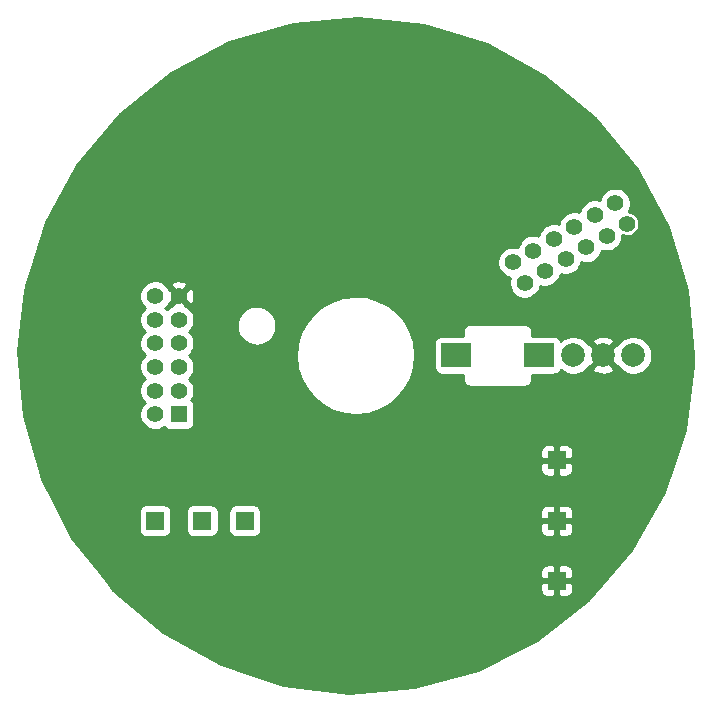
<source format=gbl>
G04 #@! TF.FileFunction,Copper,L2,Bot,Plane*
%FSLAX45Y45*%
G04 Gerber Fmt 4.5, Leading zero omitted, Abs format (unit mm)*
G04 Created by KiCad (PCBNEW 4.0.5-e0-6337~49~ubuntu14.04.1) date Sun Feb 12 13:42:14 2017*
%MOMM*%
%LPD*%
G01*
G04 APERTURE LIST*
%ADD10C,0.150000*%
%ADD11R,1.500000X1.500000*%
%ADD12C,1.400000*%
%ADD13R,1.400000X1.400000*%
%ADD14C,0.800000*%
%ADD15C,2.000000*%
%ADD16R,2.500000X2.000000*%
%ADD17C,0.254000*%
G04 APERTURE END LIST*
D10*
D11*
X9306800Y-7847000D03*
D12*
X6104800Y-6544000D03*
X6104800Y-6744000D03*
D13*
X6104800Y-6944000D03*
D12*
X6104800Y-6344000D03*
X6104800Y-6144000D03*
X6104800Y-5944000D03*
X5904800Y-5944000D03*
X5904800Y-6144000D03*
X5904800Y-6344000D03*
X5904800Y-6544000D03*
X5904800Y-6744000D03*
X5904800Y-6944000D03*
D11*
X5904800Y-7844000D03*
X6304800Y-7844000D03*
X6664800Y-7844000D03*
X9306800Y-8354000D03*
X9306800Y-7334000D03*
D14*
X6614800Y-5864000D03*
X7534800Y-5324000D03*
X8604800Y-6094000D03*
X7174800Y-5844000D03*
X8724800Y-7104000D03*
X6232800Y-7402000D03*
X8234800Y-5104000D03*
X7349800Y-7669000D03*
X7137400Y-4881880D03*
X7995920Y-5953760D03*
D15*
X9444800Y-6444000D03*
X9698800Y-6444000D03*
X9952800Y-6444000D03*
D16*
X9154800Y-6444000D03*
X8454800Y-6444000D03*
D12*
X9454800Y-5357398D03*
X9628005Y-5257398D03*
X9801210Y-5157398D03*
X9281595Y-5457398D03*
X9108390Y-5557398D03*
X8935185Y-5657397D03*
X9035185Y-5830602D03*
X9208390Y-5730602D03*
X9381595Y-5630602D03*
X9554800Y-5530603D03*
X9728005Y-5430603D03*
X9901210Y-5330603D03*
D17*
G36*
X8179179Y-3645843D02*
X8711738Y-3810698D01*
X9202135Y-4075854D01*
X9631689Y-4431212D01*
X9984040Y-4863237D01*
X10245766Y-5355473D01*
X10406898Y-5889170D01*
X10461300Y-6444000D01*
X10460186Y-6523758D01*
X10390314Y-7076853D01*
X10214343Y-7605843D01*
X9938974Y-8090579D01*
X9574698Y-8512597D01*
X9135389Y-8855823D01*
X8637781Y-9107183D01*
X8100826Y-9257103D01*
X7544978Y-9299874D01*
X6991408Y-9233864D01*
X6461203Y-9061590D01*
X5974557Y-8789613D01*
X5550006Y-8428292D01*
X5513771Y-8382575D01*
X9168300Y-8382575D01*
X9168300Y-8435254D01*
X9170740Y-8447522D01*
X9175527Y-8459079D01*
X9182476Y-8469479D01*
X9191321Y-8478324D01*
X9201722Y-8485273D01*
X9213278Y-8490060D01*
X9225546Y-8492500D01*
X9278225Y-8492500D01*
X9294100Y-8476625D01*
X9294100Y-8366700D01*
X9319500Y-8366700D01*
X9319500Y-8476625D01*
X9335375Y-8492500D01*
X9388054Y-8492500D01*
X9400322Y-8490060D01*
X9411879Y-8485273D01*
X9422279Y-8478324D01*
X9431124Y-8469479D01*
X9438073Y-8459079D01*
X9442860Y-8447522D01*
X9445300Y-8435254D01*
X9445300Y-8382575D01*
X9429425Y-8366700D01*
X9319500Y-8366700D01*
X9294100Y-8366700D01*
X9184175Y-8366700D01*
X9168300Y-8382575D01*
X5513771Y-8382575D01*
X5426722Y-8272746D01*
X9168300Y-8272746D01*
X9168300Y-8325425D01*
X9184175Y-8341300D01*
X9294100Y-8341300D01*
X9294100Y-8231375D01*
X9319500Y-8231375D01*
X9319500Y-8341300D01*
X9429425Y-8341300D01*
X9445300Y-8325425D01*
X9445300Y-8272746D01*
X9442860Y-8260478D01*
X9438073Y-8248921D01*
X9431124Y-8238521D01*
X9422279Y-8229676D01*
X9411879Y-8222727D01*
X9400322Y-8217940D01*
X9388054Y-8215500D01*
X9335375Y-8215500D01*
X9319500Y-8231375D01*
X9294100Y-8231375D01*
X9278225Y-8215500D01*
X9225546Y-8215500D01*
X9213278Y-8217940D01*
X9201722Y-8222727D01*
X9191321Y-8229676D01*
X9182476Y-8238521D01*
X9175527Y-8248921D01*
X9170740Y-8260478D01*
X9168300Y-8272746D01*
X5426722Y-8272746D01*
X5203722Y-7991389D01*
X5089429Y-7769000D01*
X5765993Y-7769000D01*
X5765993Y-7919000D01*
X5766799Y-7929112D01*
X5772111Y-7946263D01*
X5781990Y-7961256D01*
X5795655Y-7972902D01*
X5812024Y-7980281D01*
X5829800Y-7982807D01*
X5979800Y-7982807D01*
X5989912Y-7982001D01*
X6007063Y-7976689D01*
X6022056Y-7966810D01*
X6033702Y-7953145D01*
X6041081Y-7936776D01*
X6043607Y-7919000D01*
X6043607Y-7769000D01*
X6165993Y-7769000D01*
X6165993Y-7919000D01*
X6166799Y-7929112D01*
X6172111Y-7946263D01*
X6181990Y-7961256D01*
X6195655Y-7972902D01*
X6212024Y-7980281D01*
X6229800Y-7982807D01*
X6379800Y-7982807D01*
X6389912Y-7982001D01*
X6407063Y-7976689D01*
X6422056Y-7966810D01*
X6433702Y-7953145D01*
X6441081Y-7936776D01*
X6443607Y-7919000D01*
X6443607Y-7769000D01*
X6525993Y-7769000D01*
X6525993Y-7919000D01*
X6526799Y-7929112D01*
X6532111Y-7946263D01*
X6541990Y-7961256D01*
X6555655Y-7972902D01*
X6572024Y-7980281D01*
X6589800Y-7982807D01*
X6739800Y-7982807D01*
X6749912Y-7982001D01*
X6767063Y-7976689D01*
X6782056Y-7966810D01*
X6793702Y-7953145D01*
X6801081Y-7936776D01*
X6803607Y-7919000D01*
X6803607Y-7875575D01*
X9168300Y-7875575D01*
X9168300Y-7928254D01*
X9170740Y-7940522D01*
X9175527Y-7952078D01*
X9182476Y-7962479D01*
X9191321Y-7971324D01*
X9201722Y-7978273D01*
X9213278Y-7983060D01*
X9225546Y-7985500D01*
X9278225Y-7985500D01*
X9294100Y-7969625D01*
X9294100Y-7859700D01*
X9319500Y-7859700D01*
X9319500Y-7969625D01*
X9335375Y-7985500D01*
X9388054Y-7985500D01*
X9400322Y-7983060D01*
X9411879Y-7978273D01*
X9422279Y-7971324D01*
X9431124Y-7962479D01*
X9438073Y-7952078D01*
X9442860Y-7940522D01*
X9445300Y-7928254D01*
X9445300Y-7875575D01*
X9429425Y-7859700D01*
X9319500Y-7859700D01*
X9294100Y-7859700D01*
X9184175Y-7859700D01*
X9168300Y-7875575D01*
X6803607Y-7875575D01*
X6803607Y-7769000D01*
X6803348Y-7765746D01*
X9168300Y-7765746D01*
X9168300Y-7818425D01*
X9184175Y-7834300D01*
X9294100Y-7834300D01*
X9294100Y-7724375D01*
X9319500Y-7724375D01*
X9319500Y-7834300D01*
X9429425Y-7834300D01*
X9445300Y-7818425D01*
X9445300Y-7765746D01*
X9442860Y-7753478D01*
X9438073Y-7741921D01*
X9431124Y-7731521D01*
X9422279Y-7722676D01*
X9411879Y-7715727D01*
X9400322Y-7710940D01*
X9388054Y-7708500D01*
X9335375Y-7708500D01*
X9319500Y-7724375D01*
X9294100Y-7724375D01*
X9278225Y-7708500D01*
X9225546Y-7708500D01*
X9213278Y-7710940D01*
X9201722Y-7715727D01*
X9191321Y-7722676D01*
X9182476Y-7731521D01*
X9175527Y-7741921D01*
X9170740Y-7753478D01*
X9168300Y-7765746D01*
X6803348Y-7765746D01*
X6802801Y-7758888D01*
X6797489Y-7741737D01*
X6787610Y-7726744D01*
X6773945Y-7715097D01*
X6757576Y-7707719D01*
X6739800Y-7705193D01*
X6589800Y-7705193D01*
X6579688Y-7705999D01*
X6562537Y-7711311D01*
X6547544Y-7721190D01*
X6535897Y-7734855D01*
X6528519Y-7751224D01*
X6525993Y-7769000D01*
X6443607Y-7769000D01*
X6442801Y-7758888D01*
X6437489Y-7741737D01*
X6427610Y-7726744D01*
X6413945Y-7715097D01*
X6397576Y-7707719D01*
X6379800Y-7705193D01*
X6229800Y-7705193D01*
X6219688Y-7705999D01*
X6202537Y-7711311D01*
X6187544Y-7721190D01*
X6175897Y-7734855D01*
X6168519Y-7751224D01*
X6165993Y-7769000D01*
X6043607Y-7769000D01*
X6042801Y-7758888D01*
X6037489Y-7741737D01*
X6027610Y-7726744D01*
X6013945Y-7715097D01*
X5997576Y-7707719D01*
X5979800Y-7705193D01*
X5829800Y-7705193D01*
X5819688Y-7705999D01*
X5802537Y-7711311D01*
X5787544Y-7721190D01*
X5775897Y-7734855D01*
X5768519Y-7751224D01*
X5765993Y-7769000D01*
X5089429Y-7769000D01*
X4948894Y-7495548D01*
X4910764Y-7362575D01*
X9168300Y-7362575D01*
X9168300Y-7415254D01*
X9170740Y-7427522D01*
X9175527Y-7439078D01*
X9182476Y-7449479D01*
X9191321Y-7458324D01*
X9201722Y-7465273D01*
X9213278Y-7470060D01*
X9225546Y-7472500D01*
X9278225Y-7472500D01*
X9294100Y-7456625D01*
X9294100Y-7346700D01*
X9319500Y-7346700D01*
X9319500Y-7456625D01*
X9335375Y-7472500D01*
X9388054Y-7472500D01*
X9400322Y-7470060D01*
X9411879Y-7465273D01*
X9422279Y-7458324D01*
X9431124Y-7449479D01*
X9438073Y-7439078D01*
X9442860Y-7427522D01*
X9445300Y-7415254D01*
X9445300Y-7362575D01*
X9429425Y-7346700D01*
X9319500Y-7346700D01*
X9294100Y-7346700D01*
X9184175Y-7346700D01*
X9168300Y-7362575D01*
X4910764Y-7362575D01*
X4879271Y-7252746D01*
X9168300Y-7252746D01*
X9168300Y-7305425D01*
X9184175Y-7321300D01*
X9294100Y-7321300D01*
X9294100Y-7211375D01*
X9319500Y-7211375D01*
X9319500Y-7321300D01*
X9429425Y-7321300D01*
X9445300Y-7305425D01*
X9445300Y-7252746D01*
X9442860Y-7240478D01*
X9438073Y-7228921D01*
X9431124Y-7218521D01*
X9422279Y-7209676D01*
X9411879Y-7202727D01*
X9400322Y-7197940D01*
X9388054Y-7195500D01*
X9335375Y-7195500D01*
X9319500Y-7211375D01*
X9294100Y-7211375D01*
X9278225Y-7195500D01*
X9225546Y-7195500D01*
X9213278Y-7197940D01*
X9201722Y-7202727D01*
X9191321Y-7209676D01*
X9182476Y-7218521D01*
X9175527Y-7228921D01*
X9170740Y-7240478D01*
X9168300Y-7252746D01*
X4879271Y-7252746D01*
X4795228Y-6959653D01*
X4748578Y-6404117D01*
X4798930Y-5955225D01*
X5771125Y-5955225D01*
X5775851Y-5980976D01*
X5785488Y-6005318D01*
X5799671Y-6027324D01*
X5815934Y-6044165D01*
X5802038Y-6057773D01*
X5787247Y-6079375D01*
X5776933Y-6103438D01*
X5771490Y-6129047D01*
X5771125Y-6155225D01*
X5775851Y-6180976D01*
X5785488Y-6205318D01*
X5799671Y-6227324D01*
X5815934Y-6244165D01*
X5802038Y-6257773D01*
X5787247Y-6279375D01*
X5776933Y-6303438D01*
X5771490Y-6329047D01*
X5771125Y-6355225D01*
X5775851Y-6380976D01*
X5785488Y-6405318D01*
X5799671Y-6427324D01*
X5815934Y-6444165D01*
X5802038Y-6457773D01*
X5787247Y-6479375D01*
X5776933Y-6503438D01*
X5771490Y-6529047D01*
X5771125Y-6555225D01*
X5775851Y-6580976D01*
X5785488Y-6605318D01*
X5799671Y-6627324D01*
X5815934Y-6644165D01*
X5802038Y-6657773D01*
X5787247Y-6679375D01*
X5776933Y-6703438D01*
X5771490Y-6729047D01*
X5771125Y-6755225D01*
X5775851Y-6780976D01*
X5785488Y-6805318D01*
X5799671Y-6827324D01*
X5815934Y-6844165D01*
X5802038Y-6857773D01*
X5787247Y-6879375D01*
X5776933Y-6903438D01*
X5771490Y-6929047D01*
X5771125Y-6955225D01*
X5775851Y-6980976D01*
X5785488Y-7005318D01*
X5799671Y-7027324D01*
X5817857Y-7046157D01*
X5839356Y-7061099D01*
X5863347Y-7071580D01*
X5888917Y-7077202D01*
X5915091Y-7077750D01*
X5940874Y-7073204D01*
X5965283Y-7063737D01*
X5984065Y-7051817D01*
X5986990Y-7056256D01*
X6000655Y-7067902D01*
X6017024Y-7075281D01*
X6034800Y-7077807D01*
X6174800Y-7077807D01*
X6184912Y-7077001D01*
X6202063Y-7071689D01*
X6217056Y-7061810D01*
X6228702Y-7048145D01*
X6236081Y-7031776D01*
X6238607Y-7014000D01*
X6238607Y-6874000D01*
X6237801Y-6863888D01*
X6232489Y-6846737D01*
X6222610Y-6831744D01*
X6212414Y-6823054D01*
X6221439Y-6810260D01*
X6232088Y-6786343D01*
X6237888Y-6760813D01*
X6238306Y-6730910D01*
X6233220Y-6705228D01*
X6223244Y-6681022D01*
X6208756Y-6659216D01*
X6193518Y-6643871D01*
X6206348Y-6631654D01*
X6221439Y-6610260D01*
X6232088Y-6586343D01*
X6237888Y-6560813D01*
X6238306Y-6530910D01*
X6233220Y-6505228D01*
X6223244Y-6481022D01*
X6208756Y-6459216D01*
X6200649Y-6451052D01*
X7099743Y-6451052D01*
X7110732Y-6549017D01*
X7140539Y-6642982D01*
X7188030Y-6729368D01*
X7251396Y-6804885D01*
X7328222Y-6866655D01*
X7415584Y-6912326D01*
X7510152Y-6940159D01*
X7608326Y-6949094D01*
X7706366Y-6938789D01*
X7800536Y-6909639D01*
X7887252Y-6862752D01*
X7963209Y-6799915D01*
X8025514Y-6723521D01*
X8071794Y-6636481D01*
X8100286Y-6542109D01*
X8109906Y-6444000D01*
X8109709Y-6429897D01*
X8098858Y-6344000D01*
X8265993Y-6344000D01*
X8265993Y-6544000D01*
X8266799Y-6554112D01*
X8272111Y-6571263D01*
X8281990Y-6586256D01*
X8295655Y-6597902D01*
X8312024Y-6605281D01*
X8329800Y-6607807D01*
X8511300Y-6607807D01*
X8511300Y-6644000D01*
X8511929Y-6650414D01*
X8512513Y-6656836D01*
X8512581Y-6657066D01*
X8512605Y-6657305D01*
X8514467Y-6663472D01*
X8516288Y-6669661D01*
X8516399Y-6669874D01*
X8516469Y-6670103D01*
X8519492Y-6675789D01*
X8522482Y-6681508D01*
X8522632Y-6681695D01*
X8522745Y-6681907D01*
X8526816Y-6686899D01*
X8530859Y-6691927D01*
X8531043Y-6692081D01*
X8531194Y-6692267D01*
X8536162Y-6696377D01*
X8541100Y-6700520D01*
X8541310Y-6700636D01*
X8541495Y-6700789D01*
X8547164Y-6703854D01*
X8552815Y-6706961D01*
X8553044Y-6707033D01*
X8553255Y-6707148D01*
X8559408Y-6709052D01*
X8565558Y-6711003D01*
X8565797Y-6711030D01*
X8566026Y-6711101D01*
X8572437Y-6711775D01*
X8578844Y-6712493D01*
X8579305Y-6712496D01*
X8579322Y-6712498D01*
X8579339Y-6712497D01*
X8579800Y-6712500D01*
X9029800Y-6712500D01*
X9036215Y-6711871D01*
X9042636Y-6711287D01*
X9042866Y-6711219D01*
X9043105Y-6711195D01*
X9049272Y-6709333D01*
X9055461Y-6707512D01*
X9055674Y-6707401D01*
X9055903Y-6707331D01*
X9061589Y-6704308D01*
X9067308Y-6701318D01*
X9067496Y-6701168D01*
X9067707Y-6701055D01*
X9072699Y-6696984D01*
X9077727Y-6692941D01*
X9077881Y-6692757D01*
X9078067Y-6692606D01*
X9082177Y-6687638D01*
X9086320Y-6682700D01*
X9086436Y-6682490D01*
X9086589Y-6682305D01*
X9089654Y-6676636D01*
X9092761Y-6670985D01*
X9092834Y-6670756D01*
X9092948Y-6670545D01*
X9094852Y-6664392D01*
X9096803Y-6658242D01*
X9096830Y-6658003D01*
X9096901Y-6657774D01*
X9097575Y-6651363D01*
X9098293Y-6644956D01*
X9098297Y-6644495D01*
X9098298Y-6644478D01*
X9098297Y-6644461D01*
X9098300Y-6644000D01*
X9098300Y-6607807D01*
X9279800Y-6607807D01*
X9289912Y-6607001D01*
X9307063Y-6601689D01*
X9322056Y-6591810D01*
X9333703Y-6578145D01*
X9337947Y-6568728D01*
X9338320Y-6569114D01*
X9364649Y-6587413D01*
X9394031Y-6600250D01*
X9425347Y-6607135D01*
X9457404Y-6607807D01*
X9488981Y-6602239D01*
X9518875Y-6590644D01*
X9545948Y-6573463D01*
X9562667Y-6557541D01*
X9603219Y-6557541D01*
X9612796Y-6583981D01*
X9641757Y-6598070D01*
X9672911Y-6606238D01*
X9705060Y-6608172D01*
X9736968Y-6603796D01*
X9767409Y-6593279D01*
X9784804Y-6583981D01*
X9794381Y-6557541D01*
X9698800Y-6461960D01*
X9603219Y-6557541D01*
X9562667Y-6557541D01*
X9569168Y-6551351D01*
X9579056Y-6537334D01*
X9585259Y-6539581D01*
X9680840Y-6444000D01*
X9716761Y-6444000D01*
X9812341Y-6539581D01*
X9818451Y-6537368D01*
X9824046Y-6546049D01*
X9846320Y-6569114D01*
X9872649Y-6587413D01*
X9902031Y-6600250D01*
X9933347Y-6607135D01*
X9965404Y-6607807D01*
X9996981Y-6602239D01*
X10026875Y-6590644D01*
X10053948Y-6573463D01*
X10077168Y-6551351D01*
X10095650Y-6525150D01*
X10108692Y-6495858D01*
X10115796Y-6464591D01*
X10116307Y-6427968D01*
X10110079Y-6396515D01*
X10097860Y-6366870D01*
X10080117Y-6340163D01*
X10057523Y-6317411D01*
X10030941Y-6299482D01*
X10001382Y-6287056D01*
X9969973Y-6280609D01*
X9937910Y-6280385D01*
X9906414Y-6286393D01*
X9876685Y-6298405D01*
X9849855Y-6315962D01*
X9826946Y-6338396D01*
X9818544Y-6350666D01*
X9812341Y-6348419D01*
X9716761Y-6444000D01*
X9680840Y-6444000D01*
X9585259Y-6348419D01*
X9579087Y-6350655D01*
X9572117Y-6340163D01*
X9562480Y-6330459D01*
X9603219Y-6330459D01*
X9698800Y-6426039D01*
X9794381Y-6330459D01*
X9784804Y-6304019D01*
X9755843Y-6289930D01*
X9724689Y-6281762D01*
X9692541Y-6279828D01*
X9660633Y-6284204D01*
X9630191Y-6294720D01*
X9612796Y-6304019D01*
X9603219Y-6330459D01*
X9562480Y-6330459D01*
X9549523Y-6317411D01*
X9522941Y-6299482D01*
X9493382Y-6287056D01*
X9461973Y-6280609D01*
X9429910Y-6280385D01*
X9398414Y-6286393D01*
X9368685Y-6298405D01*
X9341855Y-6315962D01*
X9338321Y-6319422D01*
X9337489Y-6316737D01*
X9327610Y-6301744D01*
X9313945Y-6290097D01*
X9297576Y-6282719D01*
X9279800Y-6280193D01*
X9098300Y-6280193D01*
X9098300Y-6244000D01*
X9097671Y-6237585D01*
X9097087Y-6231164D01*
X9097019Y-6230934D01*
X9096995Y-6230695D01*
X9095133Y-6224528D01*
X9093312Y-6218339D01*
X9093201Y-6218126D01*
X9093131Y-6217897D01*
X9090108Y-6212211D01*
X9087118Y-6206492D01*
X9086968Y-6206304D01*
X9086855Y-6206093D01*
X9082784Y-6201101D01*
X9078741Y-6196073D01*
X9078557Y-6195919D01*
X9078406Y-6195733D01*
X9073438Y-6191623D01*
X9068500Y-6187480D01*
X9068290Y-6187364D01*
X9068105Y-6187211D01*
X9062436Y-6184146D01*
X9056785Y-6181039D01*
X9056556Y-6180966D01*
X9056345Y-6180852D01*
X9050192Y-6178948D01*
X9044042Y-6176997D01*
X9043803Y-6176970D01*
X9043574Y-6176899D01*
X9037163Y-6176225D01*
X9030756Y-6175507D01*
X9030295Y-6175503D01*
X9030278Y-6175502D01*
X9030261Y-6175503D01*
X9029800Y-6175500D01*
X8579800Y-6175500D01*
X8566495Y-6176805D01*
X8553697Y-6180669D01*
X8541893Y-6186945D01*
X8531533Y-6195394D01*
X8523011Y-6205695D01*
X8516652Y-6217455D01*
X8512699Y-6230226D01*
X8511302Y-6243522D01*
X8511531Y-6246043D01*
X8511307Y-6248044D01*
X8511300Y-6249000D01*
X8511300Y-6280193D01*
X8329800Y-6280193D01*
X8319688Y-6280999D01*
X8302537Y-6286311D01*
X8287544Y-6296190D01*
X8275897Y-6309855D01*
X8268519Y-6326224D01*
X8265993Y-6344000D01*
X8098858Y-6344000D01*
X8097354Y-6332094D01*
X8066237Y-6238555D01*
X8017545Y-6152840D01*
X7953131Y-6078216D01*
X7875449Y-6017525D01*
X7787459Y-5973077D01*
X7692511Y-5946567D01*
X7594222Y-5939005D01*
X7496336Y-5950677D01*
X7402581Y-5981139D01*
X7316529Y-6029232D01*
X7241457Y-6093124D01*
X7180225Y-6170380D01*
X7135164Y-6258058D01*
X7107992Y-6352819D01*
X7099743Y-6451052D01*
X6200649Y-6451052D01*
X6193518Y-6443871D01*
X6206348Y-6431654D01*
X6221439Y-6410260D01*
X6232088Y-6386343D01*
X6237888Y-6360813D01*
X6238306Y-6330910D01*
X6233220Y-6305228D01*
X6223244Y-6281022D01*
X6208756Y-6259216D01*
X6193518Y-6243871D01*
X6206348Y-6231654D01*
X6221439Y-6210260D01*
X6227631Y-6196353D01*
X6596316Y-6196353D01*
X6599982Y-6229033D01*
X6609926Y-6260379D01*
X6625768Y-6289197D01*
X6646907Y-6314389D01*
X6672536Y-6334995D01*
X6701679Y-6350230D01*
X6733226Y-6359515D01*
X6765976Y-6362496D01*
X6798682Y-6359058D01*
X6830096Y-6349334D01*
X6859024Y-6333693D01*
X6884363Y-6312731D01*
X6905147Y-6287246D01*
X6920586Y-6258210D01*
X6930091Y-6226728D01*
X6933300Y-6194000D01*
X6933234Y-6189295D01*
X6929113Y-6156669D01*
X6918732Y-6125465D01*
X6902489Y-6096871D01*
X6881001Y-6071977D01*
X6855087Y-6051731D01*
X6825734Y-6036903D01*
X6794060Y-6028060D01*
X6761271Y-6025537D01*
X6728617Y-6029431D01*
X6697341Y-6039593D01*
X6668635Y-6055636D01*
X6643591Y-6076950D01*
X6623164Y-6102722D01*
X6608133Y-6131971D01*
X6599068Y-6163582D01*
X6596316Y-6196353D01*
X6227631Y-6196353D01*
X6232088Y-6186343D01*
X6237888Y-6160813D01*
X6238306Y-6130910D01*
X6233220Y-6105228D01*
X6223244Y-6081022D01*
X6208756Y-6059216D01*
X6190308Y-6040639D01*
X6169326Y-6026486D01*
X6104800Y-5961960D01*
X6039729Y-6027031D01*
X6020744Y-6039455D01*
X6004717Y-6055149D01*
X5993518Y-6043871D01*
X6006348Y-6031654D01*
X6021439Y-6010260D01*
X6022129Y-6008710D01*
X6086839Y-5944000D01*
X6122760Y-5944000D01*
X6196927Y-6018166D01*
X6220304Y-6012220D01*
X6231393Y-5988376D01*
X6237618Y-5962826D01*
X6238739Y-5936553D01*
X6234712Y-5910566D01*
X6225693Y-5885863D01*
X6220304Y-5875780D01*
X6196927Y-5869834D01*
X6122760Y-5944000D01*
X6086839Y-5944000D01*
X6022020Y-5879181D01*
X6008756Y-5859216D01*
X6001464Y-5851873D01*
X6030634Y-5851873D01*
X6104800Y-5926039D01*
X6178966Y-5851873D01*
X6173020Y-5828496D01*
X6149176Y-5817407D01*
X6123626Y-5811182D01*
X6097353Y-5810061D01*
X6071366Y-5814087D01*
X6046663Y-5823106D01*
X6036580Y-5828496D01*
X6030634Y-5851873D01*
X6001464Y-5851873D01*
X5990308Y-5840639D01*
X5968603Y-5825999D01*
X5944468Y-5815853D01*
X5918822Y-5810589D01*
X5892642Y-5810406D01*
X5866925Y-5815312D01*
X5842651Y-5825119D01*
X5820744Y-5839455D01*
X5802038Y-5857773D01*
X5787247Y-5879375D01*
X5776933Y-5903438D01*
X5771490Y-5929047D01*
X5771125Y-5955225D01*
X4798930Y-5955225D01*
X4810721Y-5850100D01*
X4868290Y-5668622D01*
X8801509Y-5668622D01*
X8806236Y-5694373D01*
X8815873Y-5718715D01*
X8830056Y-5740722D01*
X8848242Y-5759555D01*
X8869740Y-5774496D01*
X8893731Y-5784978D01*
X8908131Y-5788144D01*
X8907318Y-5790041D01*
X8901875Y-5815649D01*
X8901509Y-5841827D01*
X8906236Y-5867578D01*
X8915873Y-5891920D01*
X8930056Y-5913927D01*
X8948242Y-5932760D01*
X8969740Y-5947701D01*
X8993731Y-5958183D01*
X9019301Y-5963805D01*
X9045476Y-5964353D01*
X9071259Y-5959807D01*
X9095668Y-5950339D01*
X9117773Y-5936311D01*
X9136733Y-5918256D01*
X9151824Y-5896863D01*
X9162473Y-5872945D01*
X9165927Y-5857742D01*
X9166936Y-5858183D01*
X9192506Y-5863805D01*
X9218681Y-5864353D01*
X9244464Y-5859807D01*
X9268873Y-5850339D01*
X9290978Y-5836311D01*
X9309938Y-5818256D01*
X9325029Y-5796863D01*
X9335678Y-5772945D01*
X9339132Y-5757742D01*
X9340142Y-5758183D01*
X9365712Y-5763805D01*
X9391886Y-5764353D01*
X9417669Y-5759807D01*
X9442078Y-5750339D01*
X9464183Y-5736311D01*
X9483143Y-5718256D01*
X9498234Y-5696863D01*
X9508883Y-5672945D01*
X9512337Y-5657742D01*
X9513347Y-5658183D01*
X9538917Y-5663805D01*
X9565092Y-5664353D01*
X9590875Y-5659807D01*
X9615283Y-5650339D01*
X9637389Y-5636311D01*
X9656348Y-5618256D01*
X9671439Y-5596863D01*
X9682088Y-5572946D01*
X9685542Y-5557742D01*
X9686552Y-5558183D01*
X9712122Y-5563805D01*
X9738297Y-5564353D01*
X9764080Y-5559807D01*
X9788489Y-5550339D01*
X9810594Y-5536311D01*
X9829553Y-5518256D01*
X9844644Y-5496863D01*
X9855293Y-5472946D01*
X9861093Y-5447415D01*
X9861390Y-5426157D01*
X9869072Y-5429513D01*
X9888896Y-5433872D01*
X9909189Y-5434297D01*
X9929178Y-5430772D01*
X9948102Y-5423432D01*
X9965240Y-5412556D01*
X9979938Y-5398559D01*
X9991638Y-5381973D01*
X9999894Y-5363430D01*
X10004391Y-5343637D01*
X10004715Y-5320454D01*
X10000772Y-5300543D01*
X9993038Y-5281777D01*
X9981805Y-5264871D01*
X9967503Y-5250469D01*
X9950676Y-5239118D01*
X9931964Y-5231253D01*
X9914955Y-5227761D01*
X9917849Y-5223658D01*
X9928498Y-5199741D01*
X9934298Y-5174210D01*
X9934716Y-5144307D01*
X9929631Y-5118625D01*
X9919654Y-5094420D01*
X9905166Y-5072613D01*
X9886718Y-5054036D01*
X9865013Y-5039396D01*
X9840878Y-5029251D01*
X9815232Y-5023987D01*
X9789052Y-5023804D01*
X9763335Y-5028710D01*
X9739061Y-5038517D01*
X9717154Y-5052853D01*
X9698449Y-5071170D01*
X9683657Y-5092772D01*
X9673344Y-5116836D01*
X9670456Y-5130421D01*
X9667673Y-5129251D01*
X9642027Y-5123987D01*
X9615847Y-5123804D01*
X9590130Y-5128710D01*
X9565856Y-5138517D01*
X9543949Y-5152853D01*
X9525243Y-5171170D01*
X9510452Y-5192772D01*
X9500139Y-5216836D01*
X9497251Y-5230421D01*
X9494468Y-5229251D01*
X9468822Y-5223987D01*
X9442642Y-5223804D01*
X9416925Y-5228710D01*
X9392651Y-5238517D01*
X9370744Y-5252853D01*
X9352038Y-5271170D01*
X9337247Y-5292772D01*
X9326933Y-5316836D01*
X9324046Y-5330421D01*
X9321263Y-5329251D01*
X9295617Y-5323987D01*
X9269437Y-5323804D01*
X9243720Y-5328710D01*
X9219446Y-5338517D01*
X9197539Y-5352853D01*
X9178833Y-5371170D01*
X9164042Y-5392772D01*
X9153728Y-5416836D01*
X9150841Y-5430421D01*
X9148058Y-5429251D01*
X9122412Y-5423987D01*
X9096232Y-5423804D01*
X9070515Y-5428710D01*
X9046241Y-5438517D01*
X9024334Y-5452853D01*
X9005628Y-5471170D01*
X8990837Y-5492772D01*
X8980523Y-5516836D01*
X8977636Y-5530421D01*
X8974853Y-5529251D01*
X8949207Y-5523987D01*
X8923027Y-5523804D01*
X8897310Y-5528710D01*
X8873036Y-5538517D01*
X8851129Y-5552853D01*
X8832423Y-5571170D01*
X8817632Y-5592772D01*
X8807318Y-5616836D01*
X8801875Y-5642444D01*
X8801509Y-5668622D01*
X4868290Y-5668622D01*
X4979290Y-5318705D01*
X5247863Y-4830172D01*
X5606212Y-4403109D01*
X6040686Y-4053783D01*
X6534736Y-3795499D01*
X7069545Y-3638096D01*
X7624742Y-3587570D01*
X8179179Y-3645843D01*
X8179179Y-3645843D01*
G37*
X8179179Y-3645843D02*
X8711738Y-3810698D01*
X9202135Y-4075854D01*
X9631689Y-4431212D01*
X9984040Y-4863237D01*
X10245766Y-5355473D01*
X10406898Y-5889170D01*
X10461300Y-6444000D01*
X10460186Y-6523758D01*
X10390314Y-7076853D01*
X10214343Y-7605843D01*
X9938974Y-8090579D01*
X9574698Y-8512597D01*
X9135389Y-8855823D01*
X8637781Y-9107183D01*
X8100826Y-9257103D01*
X7544978Y-9299874D01*
X6991408Y-9233864D01*
X6461203Y-9061590D01*
X5974557Y-8789613D01*
X5550006Y-8428292D01*
X5513771Y-8382575D01*
X9168300Y-8382575D01*
X9168300Y-8435254D01*
X9170740Y-8447522D01*
X9175527Y-8459079D01*
X9182476Y-8469479D01*
X9191321Y-8478324D01*
X9201722Y-8485273D01*
X9213278Y-8490060D01*
X9225546Y-8492500D01*
X9278225Y-8492500D01*
X9294100Y-8476625D01*
X9294100Y-8366700D01*
X9319500Y-8366700D01*
X9319500Y-8476625D01*
X9335375Y-8492500D01*
X9388054Y-8492500D01*
X9400322Y-8490060D01*
X9411879Y-8485273D01*
X9422279Y-8478324D01*
X9431124Y-8469479D01*
X9438073Y-8459079D01*
X9442860Y-8447522D01*
X9445300Y-8435254D01*
X9445300Y-8382575D01*
X9429425Y-8366700D01*
X9319500Y-8366700D01*
X9294100Y-8366700D01*
X9184175Y-8366700D01*
X9168300Y-8382575D01*
X5513771Y-8382575D01*
X5426722Y-8272746D01*
X9168300Y-8272746D01*
X9168300Y-8325425D01*
X9184175Y-8341300D01*
X9294100Y-8341300D01*
X9294100Y-8231375D01*
X9319500Y-8231375D01*
X9319500Y-8341300D01*
X9429425Y-8341300D01*
X9445300Y-8325425D01*
X9445300Y-8272746D01*
X9442860Y-8260478D01*
X9438073Y-8248921D01*
X9431124Y-8238521D01*
X9422279Y-8229676D01*
X9411879Y-8222727D01*
X9400322Y-8217940D01*
X9388054Y-8215500D01*
X9335375Y-8215500D01*
X9319500Y-8231375D01*
X9294100Y-8231375D01*
X9278225Y-8215500D01*
X9225546Y-8215500D01*
X9213278Y-8217940D01*
X9201722Y-8222727D01*
X9191321Y-8229676D01*
X9182476Y-8238521D01*
X9175527Y-8248921D01*
X9170740Y-8260478D01*
X9168300Y-8272746D01*
X5426722Y-8272746D01*
X5203722Y-7991389D01*
X5089429Y-7769000D01*
X5765993Y-7769000D01*
X5765993Y-7919000D01*
X5766799Y-7929112D01*
X5772111Y-7946263D01*
X5781990Y-7961256D01*
X5795655Y-7972902D01*
X5812024Y-7980281D01*
X5829800Y-7982807D01*
X5979800Y-7982807D01*
X5989912Y-7982001D01*
X6007063Y-7976689D01*
X6022056Y-7966810D01*
X6033702Y-7953145D01*
X6041081Y-7936776D01*
X6043607Y-7919000D01*
X6043607Y-7769000D01*
X6165993Y-7769000D01*
X6165993Y-7919000D01*
X6166799Y-7929112D01*
X6172111Y-7946263D01*
X6181990Y-7961256D01*
X6195655Y-7972902D01*
X6212024Y-7980281D01*
X6229800Y-7982807D01*
X6379800Y-7982807D01*
X6389912Y-7982001D01*
X6407063Y-7976689D01*
X6422056Y-7966810D01*
X6433702Y-7953145D01*
X6441081Y-7936776D01*
X6443607Y-7919000D01*
X6443607Y-7769000D01*
X6525993Y-7769000D01*
X6525993Y-7919000D01*
X6526799Y-7929112D01*
X6532111Y-7946263D01*
X6541990Y-7961256D01*
X6555655Y-7972902D01*
X6572024Y-7980281D01*
X6589800Y-7982807D01*
X6739800Y-7982807D01*
X6749912Y-7982001D01*
X6767063Y-7976689D01*
X6782056Y-7966810D01*
X6793702Y-7953145D01*
X6801081Y-7936776D01*
X6803607Y-7919000D01*
X6803607Y-7875575D01*
X9168300Y-7875575D01*
X9168300Y-7928254D01*
X9170740Y-7940522D01*
X9175527Y-7952078D01*
X9182476Y-7962479D01*
X9191321Y-7971324D01*
X9201722Y-7978273D01*
X9213278Y-7983060D01*
X9225546Y-7985500D01*
X9278225Y-7985500D01*
X9294100Y-7969625D01*
X9294100Y-7859700D01*
X9319500Y-7859700D01*
X9319500Y-7969625D01*
X9335375Y-7985500D01*
X9388054Y-7985500D01*
X9400322Y-7983060D01*
X9411879Y-7978273D01*
X9422279Y-7971324D01*
X9431124Y-7962479D01*
X9438073Y-7952078D01*
X9442860Y-7940522D01*
X9445300Y-7928254D01*
X9445300Y-7875575D01*
X9429425Y-7859700D01*
X9319500Y-7859700D01*
X9294100Y-7859700D01*
X9184175Y-7859700D01*
X9168300Y-7875575D01*
X6803607Y-7875575D01*
X6803607Y-7769000D01*
X6803348Y-7765746D01*
X9168300Y-7765746D01*
X9168300Y-7818425D01*
X9184175Y-7834300D01*
X9294100Y-7834300D01*
X9294100Y-7724375D01*
X9319500Y-7724375D01*
X9319500Y-7834300D01*
X9429425Y-7834300D01*
X9445300Y-7818425D01*
X9445300Y-7765746D01*
X9442860Y-7753478D01*
X9438073Y-7741921D01*
X9431124Y-7731521D01*
X9422279Y-7722676D01*
X9411879Y-7715727D01*
X9400322Y-7710940D01*
X9388054Y-7708500D01*
X9335375Y-7708500D01*
X9319500Y-7724375D01*
X9294100Y-7724375D01*
X9278225Y-7708500D01*
X9225546Y-7708500D01*
X9213278Y-7710940D01*
X9201722Y-7715727D01*
X9191321Y-7722676D01*
X9182476Y-7731521D01*
X9175527Y-7741921D01*
X9170740Y-7753478D01*
X9168300Y-7765746D01*
X6803348Y-7765746D01*
X6802801Y-7758888D01*
X6797489Y-7741737D01*
X6787610Y-7726744D01*
X6773945Y-7715097D01*
X6757576Y-7707719D01*
X6739800Y-7705193D01*
X6589800Y-7705193D01*
X6579688Y-7705999D01*
X6562537Y-7711311D01*
X6547544Y-7721190D01*
X6535897Y-7734855D01*
X6528519Y-7751224D01*
X6525993Y-7769000D01*
X6443607Y-7769000D01*
X6442801Y-7758888D01*
X6437489Y-7741737D01*
X6427610Y-7726744D01*
X6413945Y-7715097D01*
X6397576Y-7707719D01*
X6379800Y-7705193D01*
X6229800Y-7705193D01*
X6219688Y-7705999D01*
X6202537Y-7711311D01*
X6187544Y-7721190D01*
X6175897Y-7734855D01*
X6168519Y-7751224D01*
X6165993Y-7769000D01*
X6043607Y-7769000D01*
X6042801Y-7758888D01*
X6037489Y-7741737D01*
X6027610Y-7726744D01*
X6013945Y-7715097D01*
X5997576Y-7707719D01*
X5979800Y-7705193D01*
X5829800Y-7705193D01*
X5819688Y-7705999D01*
X5802537Y-7711311D01*
X5787544Y-7721190D01*
X5775897Y-7734855D01*
X5768519Y-7751224D01*
X5765993Y-7769000D01*
X5089429Y-7769000D01*
X4948894Y-7495548D01*
X4910764Y-7362575D01*
X9168300Y-7362575D01*
X9168300Y-7415254D01*
X9170740Y-7427522D01*
X9175527Y-7439078D01*
X9182476Y-7449479D01*
X9191321Y-7458324D01*
X9201722Y-7465273D01*
X9213278Y-7470060D01*
X9225546Y-7472500D01*
X9278225Y-7472500D01*
X9294100Y-7456625D01*
X9294100Y-7346700D01*
X9319500Y-7346700D01*
X9319500Y-7456625D01*
X9335375Y-7472500D01*
X9388054Y-7472500D01*
X9400322Y-7470060D01*
X9411879Y-7465273D01*
X9422279Y-7458324D01*
X9431124Y-7449479D01*
X9438073Y-7439078D01*
X9442860Y-7427522D01*
X9445300Y-7415254D01*
X9445300Y-7362575D01*
X9429425Y-7346700D01*
X9319500Y-7346700D01*
X9294100Y-7346700D01*
X9184175Y-7346700D01*
X9168300Y-7362575D01*
X4910764Y-7362575D01*
X4879271Y-7252746D01*
X9168300Y-7252746D01*
X9168300Y-7305425D01*
X9184175Y-7321300D01*
X9294100Y-7321300D01*
X9294100Y-7211375D01*
X9319500Y-7211375D01*
X9319500Y-7321300D01*
X9429425Y-7321300D01*
X9445300Y-7305425D01*
X9445300Y-7252746D01*
X9442860Y-7240478D01*
X9438073Y-7228921D01*
X9431124Y-7218521D01*
X9422279Y-7209676D01*
X9411879Y-7202727D01*
X9400322Y-7197940D01*
X9388054Y-7195500D01*
X9335375Y-7195500D01*
X9319500Y-7211375D01*
X9294100Y-7211375D01*
X9278225Y-7195500D01*
X9225546Y-7195500D01*
X9213278Y-7197940D01*
X9201722Y-7202727D01*
X9191321Y-7209676D01*
X9182476Y-7218521D01*
X9175527Y-7228921D01*
X9170740Y-7240478D01*
X9168300Y-7252746D01*
X4879271Y-7252746D01*
X4795228Y-6959653D01*
X4748578Y-6404117D01*
X4798930Y-5955225D01*
X5771125Y-5955225D01*
X5775851Y-5980976D01*
X5785488Y-6005318D01*
X5799671Y-6027324D01*
X5815934Y-6044165D01*
X5802038Y-6057773D01*
X5787247Y-6079375D01*
X5776933Y-6103438D01*
X5771490Y-6129047D01*
X5771125Y-6155225D01*
X5775851Y-6180976D01*
X5785488Y-6205318D01*
X5799671Y-6227324D01*
X5815934Y-6244165D01*
X5802038Y-6257773D01*
X5787247Y-6279375D01*
X5776933Y-6303438D01*
X5771490Y-6329047D01*
X5771125Y-6355225D01*
X5775851Y-6380976D01*
X5785488Y-6405318D01*
X5799671Y-6427324D01*
X5815934Y-6444165D01*
X5802038Y-6457773D01*
X5787247Y-6479375D01*
X5776933Y-6503438D01*
X5771490Y-6529047D01*
X5771125Y-6555225D01*
X5775851Y-6580976D01*
X5785488Y-6605318D01*
X5799671Y-6627324D01*
X5815934Y-6644165D01*
X5802038Y-6657773D01*
X5787247Y-6679375D01*
X5776933Y-6703438D01*
X5771490Y-6729047D01*
X5771125Y-6755225D01*
X5775851Y-6780976D01*
X5785488Y-6805318D01*
X5799671Y-6827324D01*
X5815934Y-6844165D01*
X5802038Y-6857773D01*
X5787247Y-6879375D01*
X5776933Y-6903438D01*
X5771490Y-6929047D01*
X5771125Y-6955225D01*
X5775851Y-6980976D01*
X5785488Y-7005318D01*
X5799671Y-7027324D01*
X5817857Y-7046157D01*
X5839356Y-7061099D01*
X5863347Y-7071580D01*
X5888917Y-7077202D01*
X5915091Y-7077750D01*
X5940874Y-7073204D01*
X5965283Y-7063737D01*
X5984065Y-7051817D01*
X5986990Y-7056256D01*
X6000655Y-7067902D01*
X6017024Y-7075281D01*
X6034800Y-7077807D01*
X6174800Y-7077807D01*
X6184912Y-7077001D01*
X6202063Y-7071689D01*
X6217056Y-7061810D01*
X6228702Y-7048145D01*
X6236081Y-7031776D01*
X6238607Y-7014000D01*
X6238607Y-6874000D01*
X6237801Y-6863888D01*
X6232489Y-6846737D01*
X6222610Y-6831744D01*
X6212414Y-6823054D01*
X6221439Y-6810260D01*
X6232088Y-6786343D01*
X6237888Y-6760813D01*
X6238306Y-6730910D01*
X6233220Y-6705228D01*
X6223244Y-6681022D01*
X6208756Y-6659216D01*
X6193518Y-6643871D01*
X6206348Y-6631654D01*
X6221439Y-6610260D01*
X6232088Y-6586343D01*
X6237888Y-6560813D01*
X6238306Y-6530910D01*
X6233220Y-6505228D01*
X6223244Y-6481022D01*
X6208756Y-6459216D01*
X6200649Y-6451052D01*
X7099743Y-6451052D01*
X7110732Y-6549017D01*
X7140539Y-6642982D01*
X7188030Y-6729368D01*
X7251396Y-6804885D01*
X7328222Y-6866655D01*
X7415584Y-6912326D01*
X7510152Y-6940159D01*
X7608326Y-6949094D01*
X7706366Y-6938789D01*
X7800536Y-6909639D01*
X7887252Y-6862752D01*
X7963209Y-6799915D01*
X8025514Y-6723521D01*
X8071794Y-6636481D01*
X8100286Y-6542109D01*
X8109906Y-6444000D01*
X8109709Y-6429897D01*
X8098858Y-6344000D01*
X8265993Y-6344000D01*
X8265993Y-6544000D01*
X8266799Y-6554112D01*
X8272111Y-6571263D01*
X8281990Y-6586256D01*
X8295655Y-6597902D01*
X8312024Y-6605281D01*
X8329800Y-6607807D01*
X8511300Y-6607807D01*
X8511300Y-6644000D01*
X8511929Y-6650414D01*
X8512513Y-6656836D01*
X8512581Y-6657066D01*
X8512605Y-6657305D01*
X8514467Y-6663472D01*
X8516288Y-6669661D01*
X8516399Y-6669874D01*
X8516469Y-6670103D01*
X8519492Y-6675789D01*
X8522482Y-6681508D01*
X8522632Y-6681695D01*
X8522745Y-6681907D01*
X8526816Y-6686899D01*
X8530859Y-6691927D01*
X8531043Y-6692081D01*
X8531194Y-6692267D01*
X8536162Y-6696377D01*
X8541100Y-6700520D01*
X8541310Y-6700636D01*
X8541495Y-6700789D01*
X8547164Y-6703854D01*
X8552815Y-6706961D01*
X8553044Y-6707033D01*
X8553255Y-6707148D01*
X8559408Y-6709052D01*
X8565558Y-6711003D01*
X8565797Y-6711030D01*
X8566026Y-6711101D01*
X8572437Y-6711775D01*
X8578844Y-6712493D01*
X8579305Y-6712496D01*
X8579322Y-6712498D01*
X8579339Y-6712497D01*
X8579800Y-6712500D01*
X9029800Y-6712500D01*
X9036215Y-6711871D01*
X9042636Y-6711287D01*
X9042866Y-6711219D01*
X9043105Y-6711195D01*
X9049272Y-6709333D01*
X9055461Y-6707512D01*
X9055674Y-6707401D01*
X9055903Y-6707331D01*
X9061589Y-6704308D01*
X9067308Y-6701318D01*
X9067496Y-6701168D01*
X9067707Y-6701055D01*
X9072699Y-6696984D01*
X9077727Y-6692941D01*
X9077881Y-6692757D01*
X9078067Y-6692606D01*
X9082177Y-6687638D01*
X9086320Y-6682700D01*
X9086436Y-6682490D01*
X9086589Y-6682305D01*
X9089654Y-6676636D01*
X9092761Y-6670985D01*
X9092834Y-6670756D01*
X9092948Y-6670545D01*
X9094852Y-6664392D01*
X9096803Y-6658242D01*
X9096830Y-6658003D01*
X9096901Y-6657774D01*
X9097575Y-6651363D01*
X9098293Y-6644956D01*
X9098297Y-6644495D01*
X9098298Y-6644478D01*
X9098297Y-6644461D01*
X9098300Y-6644000D01*
X9098300Y-6607807D01*
X9279800Y-6607807D01*
X9289912Y-6607001D01*
X9307063Y-6601689D01*
X9322056Y-6591810D01*
X9333703Y-6578145D01*
X9337947Y-6568728D01*
X9338320Y-6569114D01*
X9364649Y-6587413D01*
X9394031Y-6600250D01*
X9425347Y-6607135D01*
X9457404Y-6607807D01*
X9488981Y-6602239D01*
X9518875Y-6590644D01*
X9545948Y-6573463D01*
X9562667Y-6557541D01*
X9603219Y-6557541D01*
X9612796Y-6583981D01*
X9641757Y-6598070D01*
X9672911Y-6606238D01*
X9705060Y-6608172D01*
X9736968Y-6603796D01*
X9767409Y-6593279D01*
X9784804Y-6583981D01*
X9794381Y-6557541D01*
X9698800Y-6461960D01*
X9603219Y-6557541D01*
X9562667Y-6557541D01*
X9569168Y-6551351D01*
X9579056Y-6537334D01*
X9585259Y-6539581D01*
X9680840Y-6444000D01*
X9716761Y-6444000D01*
X9812341Y-6539581D01*
X9818451Y-6537368D01*
X9824046Y-6546049D01*
X9846320Y-6569114D01*
X9872649Y-6587413D01*
X9902031Y-6600250D01*
X9933347Y-6607135D01*
X9965404Y-6607807D01*
X9996981Y-6602239D01*
X10026875Y-6590644D01*
X10053948Y-6573463D01*
X10077168Y-6551351D01*
X10095650Y-6525150D01*
X10108692Y-6495858D01*
X10115796Y-6464591D01*
X10116307Y-6427968D01*
X10110079Y-6396515D01*
X10097860Y-6366870D01*
X10080117Y-6340163D01*
X10057523Y-6317411D01*
X10030941Y-6299482D01*
X10001382Y-6287056D01*
X9969973Y-6280609D01*
X9937910Y-6280385D01*
X9906414Y-6286393D01*
X9876685Y-6298405D01*
X9849855Y-6315962D01*
X9826946Y-6338396D01*
X9818544Y-6350666D01*
X9812341Y-6348419D01*
X9716761Y-6444000D01*
X9680840Y-6444000D01*
X9585259Y-6348419D01*
X9579087Y-6350655D01*
X9572117Y-6340163D01*
X9562480Y-6330459D01*
X9603219Y-6330459D01*
X9698800Y-6426039D01*
X9794381Y-6330459D01*
X9784804Y-6304019D01*
X9755843Y-6289930D01*
X9724689Y-6281762D01*
X9692541Y-6279828D01*
X9660633Y-6284204D01*
X9630191Y-6294720D01*
X9612796Y-6304019D01*
X9603219Y-6330459D01*
X9562480Y-6330459D01*
X9549523Y-6317411D01*
X9522941Y-6299482D01*
X9493382Y-6287056D01*
X9461973Y-6280609D01*
X9429910Y-6280385D01*
X9398414Y-6286393D01*
X9368685Y-6298405D01*
X9341855Y-6315962D01*
X9338321Y-6319422D01*
X9337489Y-6316737D01*
X9327610Y-6301744D01*
X9313945Y-6290097D01*
X9297576Y-6282719D01*
X9279800Y-6280193D01*
X9098300Y-6280193D01*
X9098300Y-6244000D01*
X9097671Y-6237585D01*
X9097087Y-6231164D01*
X9097019Y-6230934D01*
X9096995Y-6230695D01*
X9095133Y-6224528D01*
X9093312Y-6218339D01*
X9093201Y-6218126D01*
X9093131Y-6217897D01*
X9090108Y-6212211D01*
X9087118Y-6206492D01*
X9086968Y-6206304D01*
X9086855Y-6206093D01*
X9082784Y-6201101D01*
X9078741Y-6196073D01*
X9078557Y-6195919D01*
X9078406Y-6195733D01*
X9073438Y-6191623D01*
X9068500Y-6187480D01*
X9068290Y-6187364D01*
X9068105Y-6187211D01*
X9062436Y-6184146D01*
X9056785Y-6181039D01*
X9056556Y-6180966D01*
X9056345Y-6180852D01*
X9050192Y-6178948D01*
X9044042Y-6176997D01*
X9043803Y-6176970D01*
X9043574Y-6176899D01*
X9037163Y-6176225D01*
X9030756Y-6175507D01*
X9030295Y-6175503D01*
X9030278Y-6175502D01*
X9030261Y-6175503D01*
X9029800Y-6175500D01*
X8579800Y-6175500D01*
X8566495Y-6176805D01*
X8553697Y-6180669D01*
X8541893Y-6186945D01*
X8531533Y-6195394D01*
X8523011Y-6205695D01*
X8516652Y-6217455D01*
X8512699Y-6230226D01*
X8511302Y-6243522D01*
X8511531Y-6246043D01*
X8511307Y-6248044D01*
X8511300Y-6249000D01*
X8511300Y-6280193D01*
X8329800Y-6280193D01*
X8319688Y-6280999D01*
X8302537Y-6286311D01*
X8287544Y-6296190D01*
X8275897Y-6309855D01*
X8268519Y-6326224D01*
X8265993Y-6344000D01*
X8098858Y-6344000D01*
X8097354Y-6332094D01*
X8066237Y-6238555D01*
X8017545Y-6152840D01*
X7953131Y-6078216D01*
X7875449Y-6017525D01*
X7787459Y-5973077D01*
X7692511Y-5946567D01*
X7594222Y-5939005D01*
X7496336Y-5950677D01*
X7402581Y-5981139D01*
X7316529Y-6029232D01*
X7241457Y-6093124D01*
X7180225Y-6170380D01*
X7135164Y-6258058D01*
X7107992Y-6352819D01*
X7099743Y-6451052D01*
X6200649Y-6451052D01*
X6193518Y-6443871D01*
X6206348Y-6431654D01*
X6221439Y-6410260D01*
X6232088Y-6386343D01*
X6237888Y-6360813D01*
X6238306Y-6330910D01*
X6233220Y-6305228D01*
X6223244Y-6281022D01*
X6208756Y-6259216D01*
X6193518Y-6243871D01*
X6206348Y-6231654D01*
X6221439Y-6210260D01*
X6227631Y-6196353D01*
X6596316Y-6196353D01*
X6599982Y-6229033D01*
X6609926Y-6260379D01*
X6625768Y-6289197D01*
X6646907Y-6314389D01*
X6672536Y-6334995D01*
X6701679Y-6350230D01*
X6733226Y-6359515D01*
X6765976Y-6362496D01*
X6798682Y-6359058D01*
X6830096Y-6349334D01*
X6859024Y-6333693D01*
X6884363Y-6312731D01*
X6905147Y-6287246D01*
X6920586Y-6258210D01*
X6930091Y-6226728D01*
X6933300Y-6194000D01*
X6933234Y-6189295D01*
X6929113Y-6156669D01*
X6918732Y-6125465D01*
X6902489Y-6096871D01*
X6881001Y-6071977D01*
X6855087Y-6051731D01*
X6825734Y-6036903D01*
X6794060Y-6028060D01*
X6761271Y-6025537D01*
X6728617Y-6029431D01*
X6697341Y-6039593D01*
X6668635Y-6055636D01*
X6643591Y-6076950D01*
X6623164Y-6102722D01*
X6608133Y-6131971D01*
X6599068Y-6163582D01*
X6596316Y-6196353D01*
X6227631Y-6196353D01*
X6232088Y-6186343D01*
X6237888Y-6160813D01*
X6238306Y-6130910D01*
X6233220Y-6105228D01*
X6223244Y-6081022D01*
X6208756Y-6059216D01*
X6190308Y-6040639D01*
X6169326Y-6026486D01*
X6104800Y-5961960D01*
X6039729Y-6027031D01*
X6020744Y-6039455D01*
X6004717Y-6055149D01*
X5993518Y-6043871D01*
X6006348Y-6031654D01*
X6021439Y-6010260D01*
X6022129Y-6008710D01*
X6086839Y-5944000D01*
X6122760Y-5944000D01*
X6196927Y-6018166D01*
X6220304Y-6012220D01*
X6231393Y-5988376D01*
X6237618Y-5962826D01*
X6238739Y-5936553D01*
X6234712Y-5910566D01*
X6225693Y-5885863D01*
X6220304Y-5875780D01*
X6196927Y-5869834D01*
X6122760Y-5944000D01*
X6086839Y-5944000D01*
X6022020Y-5879181D01*
X6008756Y-5859216D01*
X6001464Y-5851873D01*
X6030634Y-5851873D01*
X6104800Y-5926039D01*
X6178966Y-5851873D01*
X6173020Y-5828496D01*
X6149176Y-5817407D01*
X6123626Y-5811182D01*
X6097353Y-5810061D01*
X6071366Y-5814087D01*
X6046663Y-5823106D01*
X6036580Y-5828496D01*
X6030634Y-5851873D01*
X6001464Y-5851873D01*
X5990308Y-5840639D01*
X5968603Y-5825999D01*
X5944468Y-5815853D01*
X5918822Y-5810589D01*
X5892642Y-5810406D01*
X5866925Y-5815312D01*
X5842651Y-5825119D01*
X5820744Y-5839455D01*
X5802038Y-5857773D01*
X5787247Y-5879375D01*
X5776933Y-5903438D01*
X5771490Y-5929047D01*
X5771125Y-5955225D01*
X4798930Y-5955225D01*
X4810721Y-5850100D01*
X4868290Y-5668622D01*
X8801509Y-5668622D01*
X8806236Y-5694373D01*
X8815873Y-5718715D01*
X8830056Y-5740722D01*
X8848242Y-5759555D01*
X8869740Y-5774496D01*
X8893731Y-5784978D01*
X8908131Y-5788144D01*
X8907318Y-5790041D01*
X8901875Y-5815649D01*
X8901509Y-5841827D01*
X8906236Y-5867578D01*
X8915873Y-5891920D01*
X8930056Y-5913927D01*
X8948242Y-5932760D01*
X8969740Y-5947701D01*
X8993731Y-5958183D01*
X9019301Y-5963805D01*
X9045476Y-5964353D01*
X9071259Y-5959807D01*
X9095668Y-5950339D01*
X9117773Y-5936311D01*
X9136733Y-5918256D01*
X9151824Y-5896863D01*
X9162473Y-5872945D01*
X9165927Y-5857742D01*
X9166936Y-5858183D01*
X9192506Y-5863805D01*
X9218681Y-5864353D01*
X9244464Y-5859807D01*
X9268873Y-5850339D01*
X9290978Y-5836311D01*
X9309938Y-5818256D01*
X9325029Y-5796863D01*
X9335678Y-5772945D01*
X9339132Y-5757742D01*
X9340142Y-5758183D01*
X9365712Y-5763805D01*
X9391886Y-5764353D01*
X9417669Y-5759807D01*
X9442078Y-5750339D01*
X9464183Y-5736311D01*
X9483143Y-5718256D01*
X9498234Y-5696863D01*
X9508883Y-5672945D01*
X9512337Y-5657742D01*
X9513347Y-5658183D01*
X9538917Y-5663805D01*
X9565092Y-5664353D01*
X9590875Y-5659807D01*
X9615283Y-5650339D01*
X9637389Y-5636311D01*
X9656348Y-5618256D01*
X9671439Y-5596863D01*
X9682088Y-5572946D01*
X9685542Y-5557742D01*
X9686552Y-5558183D01*
X9712122Y-5563805D01*
X9738297Y-5564353D01*
X9764080Y-5559807D01*
X9788489Y-5550339D01*
X9810594Y-5536311D01*
X9829553Y-5518256D01*
X9844644Y-5496863D01*
X9855293Y-5472946D01*
X9861093Y-5447415D01*
X9861390Y-5426157D01*
X9869072Y-5429513D01*
X9888896Y-5433872D01*
X9909189Y-5434297D01*
X9929178Y-5430772D01*
X9948102Y-5423432D01*
X9965240Y-5412556D01*
X9979938Y-5398559D01*
X9991638Y-5381973D01*
X9999894Y-5363430D01*
X10004391Y-5343637D01*
X10004715Y-5320454D01*
X10000772Y-5300543D01*
X9993038Y-5281777D01*
X9981805Y-5264871D01*
X9967503Y-5250469D01*
X9950676Y-5239118D01*
X9931964Y-5231253D01*
X9914955Y-5227761D01*
X9917849Y-5223658D01*
X9928498Y-5199741D01*
X9934298Y-5174210D01*
X9934716Y-5144307D01*
X9929631Y-5118625D01*
X9919654Y-5094420D01*
X9905166Y-5072613D01*
X9886718Y-5054036D01*
X9865013Y-5039396D01*
X9840878Y-5029251D01*
X9815232Y-5023987D01*
X9789052Y-5023804D01*
X9763335Y-5028710D01*
X9739061Y-5038517D01*
X9717154Y-5052853D01*
X9698449Y-5071170D01*
X9683657Y-5092772D01*
X9673344Y-5116836D01*
X9670456Y-5130421D01*
X9667673Y-5129251D01*
X9642027Y-5123987D01*
X9615847Y-5123804D01*
X9590130Y-5128710D01*
X9565856Y-5138517D01*
X9543949Y-5152853D01*
X9525243Y-5171170D01*
X9510452Y-5192772D01*
X9500139Y-5216836D01*
X9497251Y-5230421D01*
X9494468Y-5229251D01*
X9468822Y-5223987D01*
X9442642Y-5223804D01*
X9416925Y-5228710D01*
X9392651Y-5238517D01*
X9370744Y-5252853D01*
X9352038Y-5271170D01*
X9337247Y-5292772D01*
X9326933Y-5316836D01*
X9324046Y-5330421D01*
X9321263Y-5329251D01*
X9295617Y-5323987D01*
X9269437Y-5323804D01*
X9243720Y-5328710D01*
X9219446Y-5338517D01*
X9197539Y-5352853D01*
X9178833Y-5371170D01*
X9164042Y-5392772D01*
X9153728Y-5416836D01*
X9150841Y-5430421D01*
X9148058Y-5429251D01*
X9122412Y-5423987D01*
X9096232Y-5423804D01*
X9070515Y-5428710D01*
X9046241Y-5438517D01*
X9024334Y-5452853D01*
X9005628Y-5471170D01*
X8990837Y-5492772D01*
X8980523Y-5516836D01*
X8977636Y-5530421D01*
X8974853Y-5529251D01*
X8949207Y-5523987D01*
X8923027Y-5523804D01*
X8897310Y-5528710D01*
X8873036Y-5538517D01*
X8851129Y-5552853D01*
X8832423Y-5571170D01*
X8817632Y-5592772D01*
X8807318Y-5616836D01*
X8801875Y-5642444D01*
X8801509Y-5668622D01*
X4868290Y-5668622D01*
X4979290Y-5318705D01*
X5247863Y-4830172D01*
X5606212Y-4403109D01*
X6040686Y-4053783D01*
X6534736Y-3795499D01*
X7069545Y-3638096D01*
X7624742Y-3587570D01*
X8179179Y-3645843D01*
M02*

</source>
